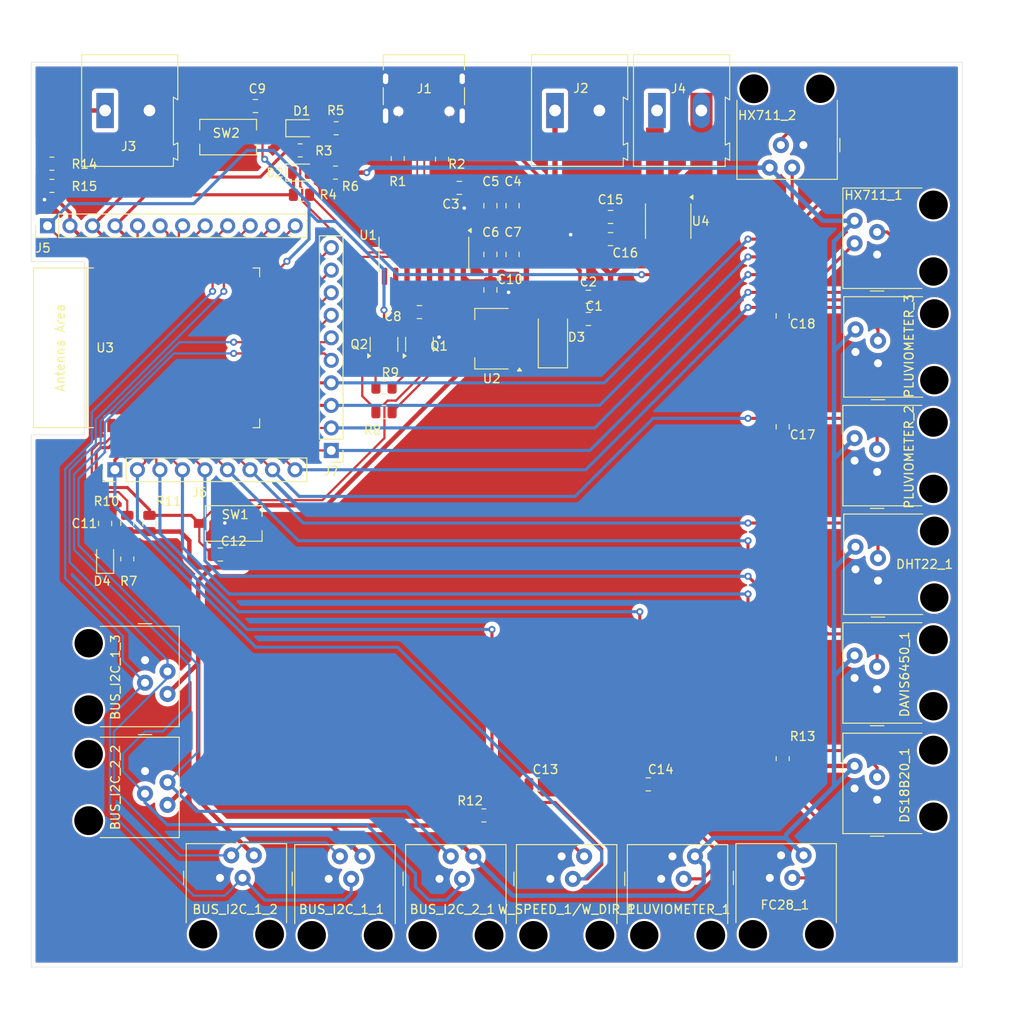
<source format=kicad_pcb>
(kicad_pcb (version 20241229) (generator "pcbnew") (generator_version "9.0")
  (layers (0 "F.Cu" signal) (2 "B.Cu" signal) (13 "F.Paste" user) (15 "B.Paste" user) (5 "F.SilkS" user "F.Silkscreen") (7 "B.SilkS" user "B.Silkscreen") (1 "F.Mask" user) (3 "B.Mask" user) (25 "Edge.Cuts" user))
  (net 0 "")
  (net 1 "GPIO36")
  (net 2 "GPIO37")
  (net 3 "GND")
  (net 4 "3V3")
  (net 5 "GPIO12")
  (net 6 "GPIO13")
  (net 7 "VBUS")
  (net 8 "Net-(U1-V3)")
  (net 9 "+5V")
  (net 10 "CHIP_PU")
  (net 11 "/+P")
  (net 12 "GPIO04")
  (net 13 "GPIO06")
  (net 14 "Net-(U4-FILTER)")
  (net 15 "GPIO18")
  (net 16 "GPIO08")
  (net 17 "Net-(D1-A)")
  (net 18 "Net-(D2-A)")
  (net 19 "Net-(D4-A)")
  (net 20 "GPIO16")
  (net 21 "GPIO17")
  (net 22 "GPIO15")
  (net 23 "GPIO07")
  (net 24 "GPIO03")
  (net 25 "GPIO09")
  (net 26 "GPIO10")
  (net 27 "GPIO11")
  (net 29 "UD+")
  (net 30 "UD-")
  (net 31 "Net-(J1-CC2)")
  (net 32 "Net-(J1-CC1)")
  (net 34 "/-P")
  (net 35 "VBAT")
  (net 36 "Net-(Q1-B)")
  (net 37 "RST")
  (net 38 "Net-(Q2-B)")
  (net 39 "DTR")
  (net 40 "Net-(U1-TXD)")
  (net 41 "Net-(U1-RXD)")
  (net 42 "Net-(U3-3V3)")
  (net 43 "GPIO05")
  (net 44 "GPIO02")
  (net 52 "GPIO19")
  (net 53 "GPIO38")
  (net 54 "GPIO41")
  (net 55 "U0TXD")
  (net 56 "GPIO20")
  (net 57 "GPIO40")
  (net 58 "GPIO39")
  (net 59 "GPIO42")
  (net 60 "GPIO45")
  (net 61 "GPIO21")
  (net 62 "GPIO46")
  (net 63 "GPIO48")
  (net 64 "U0RXD")
  (net 65 "GPIO35")
  (net 66 "GPIO47")
  (net 67 "GPIO14")
  (net 68 "GPIO01")
  (net 69 "GPIO00")
  (footprint "Resistor_SMD:R_0805_2012Metric" (layer "F.Cu") (at 115.84 45.95 -90)
    (property "Reference" "R2")
    (property "Value" "5.1K")
  )
  (footprint "Connector_PinHeader_2.54mm:PinHeader_1x10_P2.54mm_Vertical" (layer "F.Cu") (at 103.34 78.77 180)
    (property "Reference" "J7")
    (property "Value" "LOW_ROW")
  )
  (footprint "Resistor_SMD:R_0805_2012Metric" (layer "F.Cu") (at 109.29 71.675)
    (property "Reference" "R9")
    (property "Value" "10K")
  )
  (footprint "Resistor_SMD:R_0805_2012Metric" (layer "F.Cu") (at 71.84 48.95 180)
    (property "Reference" "R15")
    (property "Value" "10k")
  )
  (footprint "Capacitor_SMD:C_0805_2012Metric" (layer "F.Cu") (at 123.79 56.675 90)
    (property "Reference" "C7")
    (property "Value" "10u")
  )
  (footprint "Capacitor_SMD:C_0805_2012Metric" (layer "F.Cu") (at 121.29 56.675 90)
    (property "Reference" "C6")
    (property "Value" "0.1u")
  )
  (footprint "Capacitor_SMD:C_0805_2012Metric" (layer "F.Cu") (at 90.84 90.5)
    (property "Reference" "C12")
    (property "Value" "1u")
  )
  (footprint "Package_SO:SOIC-8_3.9x4.9mm_P1.27mm" (layer "F.Cu") (at 141.34 52.925 -90)
    (property "Reference" "U4")
    (property "Value" "ACS712")
  )
  (footprint "LED_SMD:LED_0805_2012Metric" (layer "F.Cu") (at 99.9025 42.45)
    (property "Reference" "D1")
    (property "Value" "LED")
  )
  (footprint "Connector_RJ:RJ9_Evercom_5301-440xxx_Horizontal" (layer "F.Cu") (at 103.05 127.06)
    (property "Reference" "BUS_I2C_1_1")
    (property "Value" "TSL2591")
  )
  (footprint "Capacitor_SMD:C_0805_2012Metric" (layer "F.Cu") (at 132.34 61.45)
    (property "Reference" "C2")
    (property "Value" "100n")
  )
  (footprint "Resistor_SMD:R_0805_2012Metric" (layer "F.Cu") (at 80.34 87 90)
    (property "Reference" "R10")
    (property "Value" "R")
  )
  (footprint "Package_TO_SOT_SMD:SOT-223-3_TabPin2" (layer "F.Cu") (at 121.44 66.175 180)
    (property "Reference" "U2")
    (property "Value" "AZ1117-3.3")
  )
  (footprint "Connector_RJ:RJ9_Evercom_5301-440xxx_Horizontal" (layer "F.Cu") (at 152.8 126.95)
    (property "Reference" "FC28_1")
    (property "Value" "HUMIDITY_SOIL")
  )
  (footprint "Connector_PinHeader_2.54mm:PinHeader_1x09_P2.54mm_Vertical" (layer "F.Cu") (at 78.94 80.95 90)
    (property "Reference" "J6")
    (property "Value" "LEFT_ROW")
  )
  (footprint "Connector_RJ:RJ9_Evercom_5301-440xxx_Horizontal" (layer "F.Cu") (at 164.9 81.19 90)
    (property "Reference" "PLUVIOMETER_2")
    (property "Value" "PLUVIOMETER")
  )
  (footprint "TerminalBlock:TerminalBlock_Altech_AK300-2_P5.00mm" (layer "F.Cu") (at 140.075 40.45)
    (property "Reference" "J4")
    (property "Value" "CURRENT")
  )
  (footprint "Connector_RJ:RJ9_Evercom_5301-440xxx_Horizontal" (layer "F.Cu") (at 164.9 56.69 90)
    (property "Reference" "HX711_1")
    (property "Value" "NET_WEIGHT")
  )
  (footprint "Diode_SMD:D_SMA" (layer "F.Cu") (at 128.34 65.95 90)
    (property "Reference" "D3")
    (property "Value" "D_Schottky")
  )
  (footprint "TerminalBlock:TerminalBlock_Altech_AK300-2_P5.00mm" (layer "F.Cu") (at 77.84 40.45)
    (property "Reference" "J3")
    (property "Value" "VOLTAGE")
  )
  (footprint "PCM_Espressif:ESP32-S3-WROOM-1" (layer "F.Cu") (at 85.52 67.2 90)
    (property "Reference" "U3")
    (property "Value" "ESP32-S3-WROOM-1")
  )
  (footprint "Resistor_SMD:R_0805_2012Metric" (layer "F.Cu") (at 80.34 91 -90)
    (property "Reference" "R7")
    (property "Value" "1K")
  )
  (footprint "Connector_USB:USB_C_Receptacle_XKB_U262-16XN-4BVC11" (layer "F.Cu") (at 113.79 37.95 180)
    (property "Reference" "J1")
    (property "Value" "USB")
  )
  (footprint "Connector_RJ:RJ9_Evercom_5301-440xxx_Horizontal" (layer "F.Cu") (at 164.9 118.14 90)
    (property "Reference" "DS18B20_1")
    (property "Value" "TEMP_SOIL")
  )
  (footprint "LED_SMD:LED_0805_2012Metric" (layer "F.Cu") (at 99.9025 47.45)
    (property "Reference" "D2")
    (property "Value" "LED")
  )
  (footprint "LED_SMD:LED_0805_2012Metric" (layer "F.Cu") (at 77.84 90.9375 90)
    (property "Reference" "D4")
    (property "Value" "LED")
  )
  (footprint "Resistor_SMD:R_0805_2012Metric" (layer "F.Cu") (at 110.84 45.8625 -90)
    (property "Reference" "R1")
    (property "Value" "5.1K")
  )
  (footprint "Resistor_SMD:R_0805_2012Metric" (layer "F.Cu") (at 103.9025 42.45 180)
    (property "Reference" "R5")
    (property "Value" "1K")
  )
  (footprint "Resistor_SMD:R_0805_2012Metric" (layer "F.Cu") (at 71.84 46.45)
    (property "Reference" "R14")
    (property "Value" "10k")
  )
  (footprint "Connector_PinHeader_2.54mm:PinHeader_1x12_P2.54mm_Vertical" (layer "F.Cu") (at 71.34 53.45 90)
    (property "Reference" "J5")
    (property "Value" "RIGHT_ROW")
  )
  (footprint "Connector_RJ:RJ9_Evercom_5301-440xxx_Horizontal" (layer "F.Cu") (at 140.55 127.06)
    (property "Reference" "PLUVIOMETER_1")
    (property "Value" "PLUVIOMETER")
  )
  (footprint "Connector_RJ:RJ9_Evercom_5301-440xxx_Horizontal" (layer "F.Cu") (at 82.34 102.41 -90)
    (property "Reference" "BUS_I2C_1_3")
    (property "Value" "EXTENDER")
  )
  (footprint "Button_Switch_SMD:SW_Tactile_SPST_NO_Straight_CK_PTS636Sx25SMTRLFS" (layer "F.Cu") (at 91.715 43.45)
    (property "Reference" "SW2")
    (property "Value" "BOOT")
  )
  (footprint "Package_SO:SOIC-16_3.9x9.9mm_P1.27mm" (layer "F.Cu") (at 113.79 56.675 -90)
    (property "Reference" "U1")
    (property "Value" "CH340C")
  )
  (footprint "TerminalBlock:TerminalBlock_Altech_AK300-2_P5.00mm" (layer "F.Cu") (at 128.575 40.45)
    (property "Reference" "J2")
    (property "Value" "VEXT")
  )
  (footprint "Capacitor_SMD:C_0805_2012Metric" (layer "F.Cu") (at 121.29 60.675 -90)
    (property "Reference" "C10")
    (property "Value" "10u")
  )
  (footprint "Capacitor_SMD:C_0805_2012Metric" (layer "F.Cu") (at 132.34 63.95)
    (property "Reference" "C1")
    (property "Value" "10u")
  )
  (footprint "Resistor_SMD:R_0805_2012Metric" (layer "F.Cu") (at 103.815 47.45 180)
    (property "Reference" "R6")
    (property "Value" "1K")
  )
  (footprint "Capacitor_SMD:C_0805_2012Metric" (layer "F.Cu") (at 154.25 76.1 -90)
    (property "Reference" "C17")
    (property "Value" "0.1u")
  )
  (footprint "Capacitor_SMD:C_0805_2012Metric" (layer "F.Cu") (at 134.84 52.45 180)
    (property "Reference" "C15")
    (property "Value" "1n")
  )
  (footprint "Connector_RJ:RJ9_Evercom_5301-440xxx_Horizontal" (layer "F.Cu") (at 82.34 114.91 -90)
    (property "Reference" "BUS_I2C_2_2")
    (property "Value" "EXTENDER")
  )
  (footprint "Capacitor_SMD:C_0805_2012Metric" (layer "F.Cu") (at 154.25 63.6 -90)
    (property "Reference" "C18")
    (property "Value" "0.1u")
  )
  (footprint "Capacitor_SMD:C_0805_2012Metric" (layer "F.Cu") (at 117.79 49.175)
    (property "Reference" "C3")
    (property "Value" "100n")
  )
  (footprint "Capacitor_SMD:C_0805_2012Metric" (layer "F.Cu") (at 113.29 63.175)
    (property "Reference" "C8")
    (property "Value" "0.1u")
  )
  (footprint "Resistor_SMD:R_0805_2012Metric" (layer "F.Cu") (at 120.5525 119.91)
    (property "Reference" "R12")
    (property "Value" "10k")
  )
  (footprint "Connector_RJ:RJ9_Evercom_5301-440xxx_Horizontal" (layer "F.Cu") (at 165 93.44 90)
    (property "Reference" "DHT22_1")
    (property "Value" "AIR_HUMIDITY/AIR_TEMPERATURE")
  )
  (footprint "Connector_RJ:RJ9_Evercom_5301-440xxx_Horizontal" (layer "F.Cu") (at 156.59 44.35 180)
    (property "Reference" "HX711_2")
    (property "Value" "NET_WEIGHT")
  )
  (footprint "Connector_RJ:RJ9_Evercom_5301-440xxx_Horizontal" (layer "F.Cu") (at 90.8 126.95)
    (property "Reference" "BUS_I2C_1_2")
    (property "Value" "BME680")
  )
  (footprint "Package_TO_SOT_SMD:SOT-23-3" (layer "F.Cu") (at 113.29 66.8125 90)
    (property "Reference" "Q1")
    (property "Value" "Q_NPN_BEC")
  )
  (footprint "Capacitor_SMD:C_0805_2012Metric" (layer "F.Cu") (at 139.09 116.41)
    (property "Reference" "C14")
    (property "Value" "0.1u")
  )
  (footprint "Capacitor_SMD:C_0805_2012Metric" (layer "F.Cu") (at 94.79 39.95 180)
    (property "Reference" "C9")
    (property "Value" "0.1u")
  )
  (footprint "Package_TO_SOT_SMD:SOT-23-3" (layer "F.Cu") (at 109.29 66.8125 90)
    (property "Reference" "Q2")
    (property "Value" "Q_NPN_BEC")
  )
  (footprint "Resistor_SMD:R_0805_2012Metric" (layer "F.Cu") (at 99.99 49.95)
    (property "Reference" "R4")
    (property "Value" "1K")
  )
  (footprint "Resistor_SMD:R_0805_2012Metric" (layer "F.Cu") (at 82.84 87 90)
    (property "Reference" "R11")
    (property "Value" "10K")
  )
  (footprint "Capacitor_SMD:C_0805_2012Metric" (layer "F.Cu") (at 123.79 51.175 90)
    (property "Reference" "C4")
    (property "Value" "0.1u")
  )
  (footprint "Capacitor_SMD:C_0805_2012Metric" (layer "F.Cu") (at 77.84 87 90)
    (property "Reference" "C11")
    (property "Value" "0.1u")
  )
  (footprint "Connector_RJ:RJ9_Evercom_5301-440xxx_Horizontal" (layer "F.Cu") (at 128.05 127.06)
    (property "Reference" "W_SPEED_1/W_DIR_1")
    (property "Value" "WIND")
  )
  (footprint "Connector_RJ:RJ9_Evercom_5301-440xxx_Horizontal" (layer "F.Cu") (at 115.55 127.06)
    (property "Reference" "BUS_I2C_2_1")
    (property "Value" "TSL2591")
  )
  (footprint "Connector_RJ:RJ9_Evercom_5301-440xxx_Horizontal" (layer "F.Cu") (at 164.9 105.69 90)
    (property "Reference" "DAVIS6450_1")
    (property "Value" "SOLAR_RADIATION")
  )
  (footprint "Connector_RJ:RJ9_Evercom_5301-440xxx_Horizontal" (layer "F.Cu") (at 165 68.94 90)
    (property "Reference" "PLUVIOMETER_3")
    (property "Value" "PLUVIOMETER")
  )
  (footprint "Resistor_SMD:R_0805_2012Metric" (layer "F.Cu") (at 109.29 74.45 180)
    (property "Reference" "R8")
    (property "Value" "10K")
  )
  (footprint "Capacitor_SMD:C_0805_2012Metric" (layer "F.Cu") (at 134.84 54.95 180)
    (property "Reference" "C16")
    (property "Value" "0.1u")
  )
  (footprint "Button_Switch_SMD:SW_Tactile_SPST_NO_Straight_CK_PTS636Sx25SMTRLFS" (layer "F.Cu") (at 92.34 87 180)
    (property "Reference" "SW1")
    (property "Value" "RESET")
  )
  (footprint "Capacitor_SMD:C_0805_2012Metric" (layer "F.Cu") (at 126.59 116.41)
    (property "Reference" "C13")
    (property "Value" "0.1u")
  )
  (footprint "Resistor_SMD:R_0805_2012Metric" (layer "F.Cu") (at 99.84 44.95 180)
    (property "Reference" "R3")
    (property "Value" "1K")
  )
  (footprint "Capacitor_SMD:C_0805_2012Metric" (layer "F.Cu") (at 121.29 51.175 90)
    (property "Reference" "C5")
    (property "Value" "10u")
  )
  (footprint "Resistor_SMD:R_0805_2012Metric" (layer "F.Cu") (at 154.25 113.5125 90)
    (property "Reference" "R13")
    (property "Value" "2.2k")
  )
  (gr_poly (pts (xy 69.5 35) (xy 69.5 57.5) (xy 75.5 57.5) (xy 75.5 77) (xy 69.5 77) (xy 69.5 137) (xy 174.5 137) (xy 174.5 35)) (stroke (width 0.05)) (fill no) (layer "Edge.Cuts"))
  (segment (start 95.24 54.95) (end 96.74 53.45) (width 0.25) (layer "F.Cu") (net 1))
  (segment (start 91.23 57.45) (end 93.73 54.95) (width 0.25) (layer "F.Cu") (net 1))
  (segment (start 91.23 58.45) (end 91.23 60.84) (width 0.25) (layer "F.Cu") (net 1))
  (segment (start 91.23 58.45) (end 91.23 57.45) (width 0.25) (layer "F.Cu") (net 1))
  (segment (start 93.73 54.95) (end 95.24 54.95) (width 0.25) (layer "F.Cu") (net 1))
  (via (at 91.23 60.84) (size 0.8) (drill 0.4) (layers "F.Cu" "B.Cu") (net 1))
  (segment (start 76.79 75.28) (end 91.23 60.84) (width 0.25) (layer "B.Cu") (net 1))
  (segment (start 73.84 80.989785) (end 76.79 78.039785) (width 0.25) (layer "B.Cu") (net 1))
  (segment (start 93.53 122.95) (end 102.75 122.95) (width 0.25) (layer "B.Cu") (net 1))
  (segment (start 84.88 103.68) (end 84.88 104.41) (width 0.25) (layer "B.Cu") (net 1))
  (segment (start 84.88 104.41) (end 78.84 110.45) (width 0.25) (layer "B.Cu") (net 1))
  (segment (start 76.79 78.039785) (end 76.79 75.28) (width 0.25) (layer "B.Cu") (net 1))
  (segment (start 78.84 110.45) (end 78.84 116.95) (width 0.25) (layer "B.Cu") (net 1))
  (segment (start 84.88 102.407208) (end 73.84 91.367208) (width 0.25) (layer "B.Cu") (net 1))
  (segment (start 78.84 116.95) (end 86.3 124.41) (width 0.25) (layer "B.Cu") (net 1))
  (segment (start 84.88 103.68) (end 84.88 102.407208) (width 0.25) (layer "B.Cu") (net 1))
  (segment (start 73.84 91.367208) (end 73.84 80.989785) (width 0.25) (layer "B.Cu") (net 1))
  (segment (start 86.3 124.41) (end 92.07 124.41) (width 0.25) (layer "B.Cu") (net 1))
  (segment (start 92.07 124.41) (end 93.53 122.95) (width 0.25) (layer "B.Cu") (net 1))
  (segment (start 102.75 122.95) (end 104.32 124.52) (width 0.25) (layer "B.Cu") (net 1))
  (segment (start 89.96 57.69) (end 94.2 53.45) (width 0.25) (layer "F.Cu") (net 2))
  (segment (start 89.96 58.45) (end 89.96 60.83) (width 0.25) (layer "F.Cu") (net 2))
  (segment (start 89.96 58.45) (end 89.96 57.69) (width 0.25) (layer "F.Cu") (net 2))
  (via (at 89.96 60.83) (size 0.8) (drill 0.4) (layers "F.Cu" "B.Cu") (net 2))
  (segment (start 76.34 74.45) (end 89.96 60.83) (width 0.25) (layer "B.Cu") (net 2))
  (segment (start 91.34 128.95) (end 93.34 126.95) (width 0.25) (layer "B.Cu") (net 2))
  (segment (start 79.84 99.681928) (end 73.34 93.181928) (width 0.25) (layer "B.Cu") (net 2))
  (segment (start 73.34 80.853389) (end 76.34 77.853389) (width 0.25) (layer "B.Cu") (net 2))
  (segment (start 82.34 104.95) (end 78.39 108.9) (width 0.25) (layer "B.Cu") (net 2))
  (segment (start 78.39 119.5) (end 87.84 128.95) (width 0.25) (layer "B.Cu") (net 2))
  (segment (start 87.84 128.95) (end 91.34 128.95) (width 0.25) (layer "B.Cu") (net 2))
  (segment (start 105.59 127.06) (end 105.59 128.7) (width 0.35) (layer "B.Cu") (net 2))
  (segment (start 73.34 93.181928) (end 73.34 80.853389) (width 0.25) (layer "B.Cu") (net 2))
  (segment (start 76.34 77.853389) (end 76.34 74.45) (width 0.25) (layer "B.Cu") (net 2))
  (segment (start 79.84 102.45) (end 79.84 99.681928) (width 0.25) (layer "B.Cu") (net 2))
  (segment (start 78.39 108.9) (end 78.39 119.5) (width 0.25) (layer "B.Cu") (net 2))
  (segment (start 104.84 129.45) (end 95.84 129.45) (width 0.35) (layer "B.Cu") (net 2))
  (segment (start 105.59 128.7) (end 104.84 129.45) (width 0.35) (layer "B.Cu") (net 2))
  (segment (start 82.34 104.95) (end 79.84 102.45) (width 0.25) (layer "B.Cu") (net 2))
  (segment (start 95.84 129.45) (end 93.34 126.95) (width 0.35) (layer "B.Cu") (net 2))
  (via (at 91.34 86.95) (size 0.8) (drill 0.4) (layers "F.Cu" "B.Cu") (net 3))
  (via (at 123.34 60.95) (size 0.8) (drill 0.4) (layers "F.Cu" "B.Cu") (net 3))
  (via (at 115.5 66) (size 0.8) (drill 0.4) (layers "F.Cu" "B.Cu") (net 3))
  (via (at 130.34 54.45) (size 0.8) (drill 0.4) (layers "F.Cu" "B.Cu") (net 3))
  (via (at 71 50.5) (size 0.8) (drill 0.4) (layers "F.Cu" "B.Cu") (net 3))
  (via (at 118.34 51.45) (size 0.8) (drill 0.4) (layers "F.Cu" "B.Cu") (net 3))
  (segment (start 95.34 84.95) (end 102.84 84.95) (width 0.5) (layer "F.Cu") (net 4))
  (segment (start 118.81 59.725) (end 118.235 59.15) (width 0.5) (layer "F.Cu") (net 4))
  (segment (start 121.29 57.625) (end 121.29 59.725) (width 0.5) (layer "F.Cu") (net 4))
  (segment (start 94.34 85.95) (end 95.34 84.95) (width 0.5) (layer "F.Cu") (net 4))
  (segment (start 88.34 91.95) (end 89.84 91.95) (width 0.5) (layer "F.Cu") (net 4))
  (segment (start 84.88 106.22) (end 88.34 102.76) (width 0.5) (layer "F.Cu") (net 4))
  (segment (start 80.34 87.9125) (end 82.84 87.9125) (width 0.5) (layer "F.Cu") (net 4))
  (segment (start 88.34 102.76) (end 88.34 115.26) (width 0.5) (layer "F.Cu") (net 4))
  (segment (start 93.34 91.95) (end 94.34 90.95) (width 0.5) (layer "F.Cu") (net 4))
  (segment (start 80.3025 87.95) (end 80.34 87.9125) (width 0.2) (layer "F.Cu") (net 4))
  (segment (start 102.84 84.95) (end 118.29 69.5) (width 0.5) (layer "F.Cu") (net 4))
  (segment (start 162.36 114.33) (end 154.345 114.33) (width 0.5) (layer "F.Cu") (net 4))
  (segment (start 104.7275 47.45) (end 104.7275 42.5375) (width 0.5) (layer "F.Cu") (net 4))
  (segment (start 94.34 90.95) (end 94.34 85.95) (width 0.5) (layer "F.Cu") (net 4))
  (segment (start 118.235 59.15) (end 118.235 66.12) (width 0.5) (layer "F.Cu") (net 4))
  (segment (start 118.29 69.5) (end 118.29 66.175) (width 0.5) (layer "F.Cu") (net 4))
  (segment (start 154.345 114.33) (end 154.25 114.425) (width 0.5) (layer "F.Cu") (net 4))
  (segment (start 82.84 87.9125) (end 86.3025 87.9125) (width 0.5) (layer "F.Cu") (net 4))
  (segment (start 107.34 47.45) (end 104.7275 47.45) (width 0.5) (layer "F.Cu") (net 4))
  (segment (start 123.79 57.625) (end 121.29 57.625) (width 0.5) (layer "F.Cu") (net 4))
  (segment (start 80.34 87.9125) (end 80.34 90.0875) (width 0.5) (layer "F.Cu") (net 4))
  (segment (start 88.34 115.26) (end 84.88 118.72) (width 0.5) (layer "F.Cu") (net 4))
  (segment (start 91.245 121.045) (end 103.385 121.045) (width 0.5) (layer "F.Cu") (net 4))
  (segment (start 119.38 119.91) (end 119.64 119.91) (width 0.5) (layer "F.Cu") (net 4))
  (segment (start 88.34 118.14) (end 91.245 121.045) (width 0.5) (layer "F.Cu") (net 4))
  (segment (start 88.34 102.76) (end 88.34 93.45) (width 0.5) (layer "F.Cu") (net 4))
  (segment (start 103.385 121.045) (end 115.885 121.045) (width 0.5) (layer "F.Cu") (net 4))
  (segment (start 117.065 122.225) (end 119.38 119.91) (width 0.5) (layer "F.Cu") (net 4))
  (segment (start 87.34 88.95) (end 87.34 90.95) (width 0.5) (layer "F.Cu") (net 4))
  (segment (start 117.065 122.225) (end 119.36 124.52) (width 0.5) (layer "F.Cu") (net 4))
  (segment (start 88.34 115.26) (end 88.34 118.14) (width 0.5) (layer "F.Cu") (net 4))
  (segment (start 115.885 121.045) (end 117.065 122.225) (width 0.5) (layer "F.Cu") (net 4))
  (segment (start 104.7275 42.5375) (end 104.815 42.45) (width 0.5) (layer "F.Cu") (net 4))
  (segment (start 89.84 91.95) (end 93.34 91.95) (width 0.5) (layer "F.Cu") (net 4))
  (segment (start 86.3025 87.9125) (end 87.34 88.95) (width 0.5) (layer "F.Cu") (net 4))
  (segment (start 103.385 121.045) (end 106.86 124.52) (width 0.5) (layer "F.Cu") (net 4))
  (segment (start 77.84 87.95) (end 80.3025 87.95) (width 0.5) (layer "F.Cu") (net 4))
  (segment (start 121.29 59.725) (end 118.81 59.725) (width 0.5) (layer "F.Cu") (net 4))
  (segment (start 91.245 121.045) (end 94.61 124.41) (width 0.5) (layer "F.Cu") (net 4))
  (segment (start 88.34 93.45) (end 89.84 91.95) (width 0.5) (layer "F.Cu") (net 4))
  (segment (start 124.59 66.175) (end 118.29 66.175) (width 0.2) (layer "F.Cu") (net 4))
  (segment (start 87.34 90.95) (end 88.34 91.95) (width 0.5) (layer "F.Cu") (net 4))
  (via (at 107.34 47.45) (size 0.8) (drill 0.4) (layers "F.Cu" "B.Cu") (net 4))
  (segment (start 162.36 114.33) (end 160.04 116.65) (width 0.5) (layer "B.Cu") (net 4))
  (segment (start 145.29 125.45) (end 145.34 125.45) (width 0.35) (layer "B.Cu") (net 4))
  (segment (start 162.36 101.88) (end 160.04 104.2) (width 0.5) (layer "B.Cu") (net 4))
  (segment (start 162.36 52.88) (end 158.77 52.88) (width 0.5) (layer "B.Cu") (net 4))
  (segment (start 152.78 46.89) (end 107.9 46.89) (width 0.5) (layer "B.Cu") (net 4))
  (segment (start 160.04 79.7) (end 160.04 92.05) (width 0.5) (layer "B.Cu") (net 4))
  (segment (start 146.43 122.45) (end 154.65 122.45) (width 0.5) (layer "B.Cu") (net 4))
  (segment (start 145.84 123.04) (end 146.43 122.45) (width 0.5) (layer "B.Cu") (net 4))
  (segment (start 156.61 124.41) (end 154.65 122.45) (width 0.5) (layer "B.Cu") (net 4))
  (segment (start 144.36 124.52) (end 145.29 125.45) (width 0.5) (layer "B.Cu") (net 4))
  (segment (start 162.36 77.38) (end 160.04 79.7) (width 0.5) (layer "B.Cu") (net 4))
  (segment (start 143.84 128.95) (end 123.79 128.95) (width 0.5) (layer "B.Cu") (net 4))
  (segment (start 158.77 52.88) (end 152.78 46.89) (width 0.5) (layer "B.Cu") (net 4))
  (segment (start 160.04 116.65) (end 154.65 122.04) (width 0.5) (layer "B.Cu") (net 4))
  (segment (start 160.04 92.05) (end 160.04 104.2) (width 0.5) (layer "B.Cu") (net 4))
  (segment (start 123.79 128.95) (end 119.36 124.52) (width 0.5) (layer "B.Cu") (net 4))
  (segment (start 160.04 67.55) (end 160.04 55.2) (width 0.5) (layer "B.Cu") (net 4))
  (segment (start 160.04 79.7) (end 160.04 67.55) (width 0.5) (layer "B.Cu") (net 4))
  (segment (start 154.65 122.04) (end 154.65 122.45) (width 0.5) (layer "B.Cu") (net 4))
  (segment (start 145.34 127.45) (end 143.84 128.95) (width 0.5) (layer "B.Cu") (net 4))
  (segment (start 162.46 89.63) (end 160.04 92.05) (width 0.5) (layer "B.Cu") (net 4))
  (segment (start 160.04 67.55) (end 162.46 65.13) (width 0.5) (layer "B.Cu") (net 4))
  (segment (start 107.9 46.89) (end 107.34 47.45) (width 0.5) (layer "B.Cu") (net 4))
  (segment (start 160.04 104.2) (end 160.04 116.65) (width 0.5) (layer "B.Cu") (net 4))
  (segment (start 145.34 125.45) (end 145.34 127.45) (width 0.5) (layer "B.Cu") (net 4))
  (segment (start 160.04 55.2) (end 162.36 52.88) (width 0.5) (layer "B.Cu") (net 4))
  (segment (start 145.84 123.04) (end 144.36 124.52) (width 0.5) (layer "B.Cu") (net 4))
  (segment (start 92.34 67.835) (end 95.02 67.835) (width 0.25) (layer "F.Cu") (net 5))
  (segment (start 102.565 67.835) (end 95.02 67.835) (width 0.25) (layer "F.Cu") (net 5))
  (segment (start 103.34 68.61) (end 102.565 67.835) (width 0.25) (layer "F.Cu") (net 5))
  (via (at 92.34 67.835) (size 0.8) (drill 0.4) (layers "F.Cu" "B.Cu") (net 5))
  (segment (start 85.591396 67.835) (end 77.79 75.636396) (width 0.25) (layer "B.Cu") (net 5))
  (segment (start 74.84 81.95) (end 74.84 89.45) (width 0.25) (layer "B.Cu") (net 5))
  (segment (start 88.34 112.72) (end 84.88 116.18) (width 0.25) (layer "B.Cu") (net 5))
  (segment (start 74.84 89.45) (end 88.34 102.95) (width 0.25) (layer "B.Cu") (net 5))
  (segment (start 88.15 119.45) (end 84.88 116.18) (width 0.35) (layer "B.Cu") (net 5))
  (segment (start 111.75 119.45) (end 88.15 119.45) (width 0.35) (layer "B.Cu") (net 5))
  (segment (start 77.79 75.636396) (end 77.79 78.9) (width 0.25) (layer "B.Cu") (net 5))
  (segment (start 77.84 78.95) (end 74.84 81.95) (width 0.25) (layer "B.Cu") (net 5))
  (segment (start 88.34 102.95) (end 88.34 112.72) (width 0.25) (layer "B.Cu") (net 5))
  (segment (start 116.82 124.52) (end 111.75 119.45) (width 0.35) (layer "B.Cu") (net 5))
  (segment (start 77.79 78.9) (end 77.84 78.95) (width 0.25) (layer "B.Cu") (net 5))
  (segment (start 92.34 67.835) (end 85.591396 67.835) (width 0.25) (layer "B.Cu") (net 5))
  (segment (start 102.845 66.565) (end 103.34 66.07) (width 0.25) (layer "F.Cu") (net 6))
  (segment (start 92.34 66.565) (end 95.02 66.565) (width 0.25) (layer "F.Cu") (net 6))
  (segment (start 95.02 66.565) (end 102.845 66.565) (width 0.25) (layer "F.Cu") (net 6))
  (via (at 92.34 66.565) (size 0.8) (drill 0.4) (layers "F.Cu" "B.Cu") (net 6))
  (segment (start 77.34 75.45) (end 77.34 78.45) (width 0.25) (layer "B.Cu") (net 6))
  (segment (start 86.225 66.565) (end 77.34 75.45) (width 0.25) (layer "B.Cu") (net 6))
  (segment (start 92.34 66.565) (end 86.225 66.565) (width 0.25) (layer "B.Cu") (net 6))
  (segment (start 118.09 127.7) (end 116.34 129.45) (width 0.35) (layer "B.Cu") (net 6))
  (segment (start 79.84 114.95) (end 82.34 117.45) (width 0.25) (layer "B.Cu") (net 6))
  (segment (start 77.34 78.45) (end 74.34 81.45) (width 0.25) (layer "B.Cu") (net 6))
  (segment (start 114.34 129.45) (end 112.84 127.95) (width 0.35) (layer "B.Cu") (net 6))
  (segment (start 79.84 112.95) (end 79.84 114.95) (width 0.25) (layer "B.Cu") (net 6))
  (segment (start 107.34 120.95) (end 84.84 120.95) (width 0.35) (layer "B.Cu") (net 6))
  (segment (start 74.34 89.95) (end 87.34 102.95) (width 0.25) (layer "B.Cu") (net 6))
  (segment (start 118.09 127.06) (end 118.09 127.7) (width 0.35) (layer "B.Cu") (net 6))
  (segment (start 84.34 110.45) (end 82.34 110.45) (width 0.25) (layer "B.Cu") (net 6))
  (segment (start 112.84 126.45) (end 107.34 120.95) (width 0.35) (layer "B.Cu") (net 6))
  (segment (start 74.34 81.45) (end 74.34 89.95) (width 0.25) (layer "B.Cu") (net 6))
  (segment (start 87.34 107.45) (end 84.34 110.45) (width 0.25) (layer "B.Cu") (net 6))
  (segment (start 87.34 102.95) (end 87.34 107.45) (width 0.25) (layer "B.Cu") (net 6))
  (segment (start 82.34 118.45) (end 82.34 117.45) (width 0.35) (layer "B.Cu") (net 6))
  (segment (start 82.34 110.45) (end 79.84 112.95) (width 0.25) (layer "B.Cu") (net 6))
  (segment (start 84.84 120.95) (end 82.34 118.45) (width 0.35) (layer "B.Cu") (net 6))
  (segment (start 112.84 127.95) (end 112.84 126.45) (width 0.35) (layer "B.Cu") (net 6))
  (segment (start 116.34 129.45) (end 114.34 129.45) (width 0.35) (layer "B.Cu") (net 6))
  (segment (start 118.84 45.45) (end 116.29 42.9) (width 0.4) (layer "F.Cu") (net 7))
  (segment (start 126.84 53.95) (end 126.84 47.95) (width 0.4) (layer "F.Cu") (net 7))
  (segment (start 116.34 41.204949) (end 116.34 41.62) (width 0.25) (layer "F.Cu") (net 7))
  (segment (start 130.84 61.45) (end 128.34 63.95) (width 0.4) (layer "F.Cu") (net 7))
  (segment (start 124.34 45.45) (end 118.84 45.45) (width 0.4) (layer "F.Cu") (net 7))
  (segment (start 111.54 40.904949) (end 112.419949 40.025) (width 0.25) (layer "F.Cu") (net 7))
  (segment (start 131.39 61.45) (end 130.84 61.45) (width 0.4) (layer "F.Cu") (net 7))
  (segment (start 116.29 42.9) (end 116.29 41.62) (width 0.4) (layer "F.Cu") (net 7))
  (segment (start 111.54 41.62) (end 111.54 40.904949) (width 0.25) (layer "F.Cu") (net 7))
  (segment (start 112.419949 40.025) (end 115.160051 40.025) (width 0.25) (layer "F.Cu") (net 7))
  (segment (start 126.84 47.95) (end 124.34 45.45) (width 0.4) (layer "F.Cu") (net 7))
  (segment (start 131.39 63.95) (end 131.39 61.45) (width 0.4) (layer "F.Cu") (net 7))
  (segment (start 131.39 61.45) (end 131.39 58.5) (width 0.4) (layer "F.Cu") (net 7))
  (segment (start 115.160051 40.025) (end 116.34 41.204949) (width 0.25) (layer "F.Cu") (net 7))
  (segment (start 131.39 58.5) (end 126.84 53.95) (width 0.4) (layer "F.Cu") (net 7))
  (segment (start 114.425 51.59) (end 116.84 49.175) (width 0.25) (layer "F.Cu") (net 8))
  (segment (start 114.425 54.2) (end 114.425 51.59) (width 0.25) (layer "F.Cu") (net 8))
  (segment (start 123.79 52.125) (end 121.29 52.125) (width 0.6) (layer "F.Cu") (net 9))
  (segment (start 128.575 48.95) (end 128.575 40.45) (width 0.6) (layer "F.Cu") (net 9))
  (segment (start 134.84 58.95) (end 135.84 57.95) (width 0.6) (layer "F.Cu") (net 9))
  (segment (start 124.59 63.875) (end 125.34 63.125) (width 0.4) (layer "F.Cu") (net 9))
  (segment (start 128.575 49.635) (end 128.575 48.95) (width 0.6) (layer "F.Cu") (net 9))
  (segment (start 134.84 65.45) (end 132.34 67.95) (width 0.6) (layer "F.Cu") (net 9))
  (segment (start 128.34 67.95) (end 128.34 67.625) (width 0.4) (layer "F.Cu") (net 9))
  (segment (start 125.34 63.125) (end 125.34 53.675) (width 0.6) (layer "F.Cu") (net 9))
  (segment (start 132.34 67.95) (end 128.34 67.95) (width 0.6) (layer "F.Cu") (net 9))
  (segment (start 134.84 58.95) (end 134.84 65.45) (width 0.6) (layer "F.Cu") (net 9))
  (segment (start 133.89 58) (end 134.84 58.95) (width 0.6) (layer "F.Cu") (net 9))
  (segment (start 133.89 54.95) (end 133.89 58) (width 0.6) (layer "F.Cu") (net 9))
  (segment (start 141.84 57.95) (end 143.245 56.545) (width 0.6) (layer "F.Cu") (net 9))
  (segment (start 135.84 57.95) (end 141.84 57.95) (width 0.6) (layer "F.Cu") (net 9))
  (segment (start 143.245 56.545) (end 143.245 55.4) (width 0.6) (layer "F.Cu") (net 9))
  (segment (start 125.34 53.675) (end 123.79 52.125) (width 0.6) (layer "F.Cu") (net 9))
  (segment (start 133.89 54.95) (end 128.575 49.635) (width 0.6) (layer "F.Cu") (net 9))
  (segment (start 128.34 67.625) (end 124.59 63.875) (width 0.6) (layer "F.Cu") (net 9))
  (segment (start 82.84 85.45) (end 82.84 86.0875) (width 0.35) (layer "F.Cu") (net 10))
  (segment (start 77.34 78.45) (end 76.84 78.95) (width 0.35) (layer "F.Cu") (net 10))
  (segment (start 110.64 73.15) (end 109.6949 73.15) (width 0.25) (layer "F.Cu") (net 10))
  (segment (start 78.25 78.45) (end 77.34 78.45) (width 0.35) (layer "F.Cu") (net 10))
  (segment (start 79.8 75.95) (end 79.8 76.9) (width 0.35) (layer "F.Cu") (net 10))
  (segment (start 88.465 89.075) (end 89.89 90.5) (width 0.25) (layer "F.Cu") (net 10))
  (segment (start 113.29 65.4) (end 112.34 64.45) (width 0.25) (layer "F.Cu") (net 10))
  (segment (start 88.465 87) (end 88.465 89.075) (width 0.25) (layer "F.Cu") (net 10))
  (segment (start 102.34 84.375) (end 91.09 84.375) (width 0.25) (layer "F.Cu") (net 10))
  (segment (start 112.34 64.45) (end 112.34 63.175) (width 0.25) (layer "F.Cu") (net 10))
  (segment (start 79.8 76.9) (end 78.25 78.45) (width 0.35) (layer "F.Cu") (net 10))
  (segment (start 113.29 70.5) (end 110.64 73.15) (width 0.25) (layer "F.Cu") (net 10))
  (segment (start 91.09 84.375) (end 88.465 87) (width 0.25) (layer "F.Cu") (net 10))
  (segment (start 113.29 65.675) (end 113.29 65.4) (width 0.25) (layer "F.Cu") (net 10))
  (segment (start 77.34 82.95) (end 80.34 82.95) (width 0.35) (layer "F.Cu") (net 10))
  (segment (start 87.5525 86.0875) (end 88.465 87) (width 0.35) (layer "F.Cu") (net 10))
  (segment (start 76.84 78.95) (end 76.84 82.45) (width 0.35) (layer "F.Cu") (net 10))
  (segment (start 113.29 65.675) (end 113.29 70.5) (width 0.25) (layer "F.Cu") (net 10))
  (segment (start 82.84 86.0875) (end 87.5525 86.0875) (width 0.35) (layer "F.Cu") (net 10))
  (segment (start 80.34 82.95) (end 82.84 85.45) (width 0.35) (layer "F.Cu") (net 10))
  (segment (start 109.6949 73.15) (end 109.34 73.5049) (width 0.25) (layer "F.Cu") (net 10))
  (segment (start 109.34 73.5049) (end 109.34 77.375) (width 0.25) (layer "F.Cu") (net 10))
  (segment (start 109.34 77.375) (end 102.34 84.375) (width 0.25) (layer "F.Cu") (net 10))
  (segment (start 76.84 82.45) (end 77.34 82.95) (width 0.35) (layer "F.Cu") (net 10))
  (segment (start 133.84 125.45) (end 133.84 123.7) (width 0.35) (layer "F.Cu") (net 12))
  (segment (start 132.23 127.06) (end 133.84 125.45) (width 0.35) (layer "F.Cu") (net 12))
  (segment (start 78.94 79.85) (end 81.07 77.72) (width 0.35) (layer "F.Cu") (net 12))
  (segment (start 78.94 80.95) (end 78.94 79.85) (width 0.35) (layer "F.Cu") (net 12))
  (segment (start 125.64 117.25) (end 125.64 116.41) (width 0.35) (layer "F.Cu") (net 12))
  (segment (start 133.84 123.7) (end 128.59 118.45) (width 0.35) (layer "F.Cu") (net 12))
  (segment (start 81.07 77.72) (end 81.07 75.95) (width 0.35) (layer "F.Cu") (net 12))
  (segment (start 126.84 118.45) (end 125.64 117.25) (width 0.35) (layer "F.Cu") (net 12))
  (segment (start 130.59 127.06) (end 132.23 127.06) (width 0.35) (layer "F.Cu") (net 12))
  (segment (start 128.59 118.45) (end 126.84 118.45) (width 0.35) (layer "F.Cu") (net 12))
  (segment (start 133.84 123.95) (end 110.84 100.95) (width 0.35) (layer "B.Cu") (net 12))
  (segment (start 110.84 100.95) (end 94.84 100.95) (width 0.35) (layer "B.Cu") (net 12))
  (segment (start 94.84 100.95) (end 78.94 85.05) (width 0.35) (layer "B.Cu") (net 12))
  (segment (start 131.862792 127.06) (end 133.84 125.082792) (width 0.35) (layer "B.Cu") (net 12))
  (segment (start 133.84 125.082792) (end 133.84 123.95) (width 0.35) (layer "B.Cu") (net 12))
  (segment (start 130.59 127.06) (end 131.862792 127.06) (width 0.35) (layer "B.Cu") (net 12))
  (segment (start 78.94 85.05) (end 78.94 80.95) (width 0.35) (layer "B.Cu") (net 12))
  (segment (start 146.84 123.95) (end 143.34 120.45) (width 0.35) (layer "F.Cu") (net 13))
  (segment (start 143.09 127.06) (end 145.23 127.06) (width 0.35) (layer "F.Cu") (net 13))
  (segment (start 146.84 125.45) (end 146.84 123.95) (width 0.35) (layer "F.Cu") (net 13))
  (segment (start 83.61 75.95) (end 83.61 80.54) (width 0.25) (layer "F.Cu") (net 13))
  (segment (start 143.34 120.45) (end 140.84 120.45) (width 0.35) (layer "F.Cu") (net 13))
  (segment (start 138.14 117.75) (end 138.14 116.41) (width 0.35) (layer "F.Cu") (net 13))
  (segment (start 83.61 80.54) (end 84.02 80.95) (width 0.25) (layer "F.Cu") (net 13))
  (segment (start 138.14 96.95) (end 138.14 116.41) (width 0.35) (layer "F.Cu") (net 13))
  (segment (start 145.23 127.06) (end 146.84 125.45) (width 0.35) (layer "F.Cu") (net 13))
  (segment (start 140.84 120.45) (end 138.14 117.75) (width 0.35) (layer "F.Cu") (net 13))
  (via (at 138.14 96.95) (size 0.8) (drill 0.4) (layers "F.Cu" "B.Cu") (net 13))
  (segment (start 92.84 96.95) (end 84.02 88.13) (width 0.35) (layer "B.Cu") (net 13))
  (segment (start 138.14 96.95) (end 92.84 96.95) (width 0.35) (layer "B.Cu") (net 13))
  (segment (start 84.02 88.13) (end 84.02 80.95) (width 0.35) (layer "B.Cu") (net 13))
  (segment (start 140.61 54.425001) (end 138.634999 52.45) (width 0.4) (layer "F.Cu") (net 14))
  (segment (start 140.705 54.520001) (end 140.61 54.425001) (width 0.25) (layer "F.Cu") (net 14))
  (segment (start 138.634999 52.45) (end 135.79 52.45) (width 0.4) (layer "F.Cu") (net 14))
  (segment (start 140.705 55.305) (end 140.705 54.520001) (width 0.25) (layer "F.Cu") (net 14))
  (segment (start 140.61 55.4) (end 140.705 55.305) (width 0.25) (layer "F.Cu") (net 14))
  (segment (start 94.151802 78.381802) (end 90.408198 78.381802) (width 0.25) (layer "F.Cu") (net 15))
  (segment (start 96.72 80.95) (end 94.151802 78.381802) (width 0.25) (layer "F.Cu") (net 15))
  (segment (start 89.96 77.933604) (end 89.96 75.95) (width 0.25) (layer "F.Cu") (net 15))
  (segment (start 90.408198 78.381802) (end 89.96 77.933604) (width 0.25) (layer "F.Cu") (net 15))
  (segment (start 163.54 75.15) (end 154.25 75.15) (width 0.35) (layer "F.Cu") (net 15))
  (segment (start 164.9 78.65) (end 164.9 76.51) (width 0.35) (layer "F.Cu") (net 15))
  (segment (start 150.34 75.15) (end 154.25 75.15) (width 0.35) (layer "F.Cu") (net 15))
  (segment (start 164.9 76.51) (end 163.54 75.15) (width 0.35) (layer "F.Cu") (net 15))
  (via (at 150.34 75.15) (size 0.8) (drill 0.4) (layers "F.Cu" "B.Cu") (net 15))
  (segment (start 99.72 83.95) (end 96.72 80.95) (width 0.35) (layer "B.Cu") (net 15))
  (segment (start 150.34 75.15) (end 139.64 75.15) (width 0.35) (layer "B.Cu") (net 15))
  (segment (start 139.64 75.15) (end 130.84 83.95) (width 0.35) (layer "B.Cu") (net 15))
  (segment (start 130.84 83.95) (end 99.72 83.95) (width 0.35) (layer "B.Cu") (net 15))
  (segment (start 165 65.127208) (end 162.522792 62.65) (width 0.35) (layer "F.Cu") (net 16))
  (segment (start 92.34 77.931802) (end 91.23 76.821802) (width 0.25) (layer "F.Cu") (net 16))
  (segment (start 150.34 62.65) (end 154.25 62.65) (width 0.35) (layer "F.Cu") (net 16))
  (segment (start 96.241802 77.931802) (end 92.34 77.931802) (width 0.25) (layer "F.Cu") (net 16))
  (segment (start 162.522792 62.65) (end 154.25 62.65) (width 0.35) (layer "F.Cu") (net 16))
  (segment (start 91.23 76.821802) (end 91.23 75.95) (width 0.25) (layer "F.Cu") (net 16))
  (segment (start 165 66.4) (end 165 65.127208) (width 0.35) (layer "F.Cu") (net 16))
  (segment (start 99.26 80.95) (end 96.241802 77.931802) (width 0.25) (layer "F.Cu") (net 16))
  (via (at 150.34 62.65) (size 0.8) (drill 0.4) (layers "F.Cu" "B.Cu") (net 16))
  (segment (start 132.04 80.95) (end 99.26 80.95) (width 0.35) (layer "B.Cu") (net 16))
  (segment (start 150.34 62.65) (end 132.04 80.95) (width 0.35) (layer "B.Cu") (net 16))
  (segment (start 102.99 42.45) (end 100.84 42.45) (width 0.35) (layer "F.Cu") (net 17))
  (segment (start 102.9025 47.45) (end 100.84 47.45) (width 0.35) (layer "F.Cu") (net 18))
  (segment (start 79.7525 91.9125) (end 77.84 90) (width 0.25) (layer "F.Cu") (net 19))
  (segment (start 80.34 91.9125) (end 79.7525 91.9125) (width 0.2) (layer "F.Cu") (net 19))
  (segment (start 150.34 88.95) (end 150.34 90.45) (width 0.35) (layer "F.Cu") (net 20))
  (segment (start 150.34 90.45) (end 159.34 99.45) (width 0.35) (layer "F.Cu") (net 20))
  (segment (start 91.64 80.95) (end 87.42 76.73) (width 0.25) (layer "F.Cu") (net 20))
  (segment (start 87.42 76.73) (end 87.42 75.95) (width 0.25) (layer "F.Cu") (net 20))
  (segment (start 163.34 99.45) (end 164.9 101.01) (width 0.35) (layer "F.Cu") (net 20))
  (segment (start 159.34 99.45) (end 163.34 99.45) (width 0.35) (layer "F.Cu") (net 20))
  (segment (start 164.9 101.01) (end 164.9 103.15) (width 0.35) (layer "F.Cu") (net 20))
  (via (at 150.34 88.95) (size 0.8) (drill 0.4) (layers "F.Cu" "B.Cu") (net 20))
  (segment (start 150.34 88.95) (end 99.64 88.95) (width 0.35) (layer "B.Cu") (net 20))
  (segment (start 99.64 88.95) (end 91.64 80.95) (width 0.35) (layer "B.Cu") (net 20))
  (segment (start 163.34 86.95) (end 150.34 86.95) (width 0.35) (layer "F.Cu") (net 21))
  (segment (start 90.34 78.95) (end 88.69 77.3) (width 0.25) (layer "F.Cu") (net 21))
  (segment (start 94.18 80.95) (end 92.18 78.95) (width 0.25) (layer "F.Cu") (net 21))
  (segment (start 164.34 87.95) (end 163.34 86.95) (width 0.35) (layer "F.Cu") (net 21))
  (segment (start 92.18 78.95) (end 90.34 78.95) (width 0.25) (layer "F.Cu") (net 21))
  (segment (start 88.69 77.3) (end 88.69 75.95) (width 0.25) (layer "F.Cu") (net 21))
  (segment (start 165 88.61) (end 164.34 87.95) (width 0.35) (layer "F.Cu") (net 21))
  (segment (start 165 90.9) (end 165 88.61) (width 0.35) (layer "F.Cu") (net 21))
  (via (at 150.34 86.95) (size 0.8) (drill 0.4) (layers "F.Cu" "B.Cu") (net 21))
  (segment (start 150.34 86.95) (end 100.18 86.95) (width 0.35) (layer "B.Cu") (net 21))
  (segment (start 100.18 86.95) (end 94.18 80.95) (width 0.35) (layer "B.Cu") (net 21))
  (segment (start 164.9 115.6) (end 164.9 114.51) (width 0.35) (layer "F.Cu") (net 22))
  (segment (start 89.1 80.95) (end 86.15 78) (width 0.25) (layer "F.Cu") (net 22))
  (segment (start 164.9 114.51) (end 162.99 112.6) (width 0.35) (layer "F.Cu") (net 22))
  (segment (start 162.99 112.6) (end 154.25 112.6) (width 0.35) (layer "F.Cu") (net 22))
  (segment (start 86.15 78) (end 86.15 75.95) (width 0.25) (layer "F.Cu") (net 22))
  (segment (start 150.34 92.95) (end 154.25 96.86) (width 0.35) (layer "F.Cu") (net 22))
  (segment (start 154.25 96.86) (end 154.25 112.6) (width 0.35) (layer "F.Cu") (net 22))
  (via (at 150.34 92.95) (size 0.8) (drill 0.4) (layers "F.Cu" "B.Cu") (net 22))
  (segment (start 150.34 92.95) (end 90.84 92.95) (width 0.35) (layer "B.Cu") (net 22))
  (segment (start 90.84 92.95) (end 89.1 91.21) (width 0.35) (layer "B.Cu") (net 22))
  (segment (start 89.1 91.21) (end 89.1 80.95) (width 0.35) (layer "B.Cu") (net 22))
  (segment (start 150.34 94.95) (end 150.34 112.45) (width 0.35) (layer "F.Cu") (net 23))
  (segment (start 86.56 80.95) (end 84.88 79.27) (width 0.25) (layer "F.Cu") (net 23))
  (segment (start 159.34 121.45) (end 159.34 124.95) (width 0.35) (layer "F.Cu") (net 23))
  (segment (start 150.34 112.45) (end 159.34 121.45) (width 0.35) (layer "F.Cu") (net 23))
  (segment (start 84.88 79.27) (end 84.88 75.95) (width 0.25) (layer "F.Cu") (net 23))
  (segment (start 157.34 126.95) (end 155.34 126.95) (width 0.35) (layer "F.Cu") (net 23))
  (segment (start 159.34 124.95) (end 157.34 126.95) (width 0.35) (layer "F.Cu") (net 23))
  (via (at 150.34 94.95) (size 0.8) (drill 0.4) (layers "F.Cu" "B.Cu") (net 23))
  (segment (start 150.34 94.95) (end 91.84 94.95) (width 0.35) (layer "B.Cu") (net 23))
  (segment (start 86.56 89.67) (end 86.56 80.95) (width 0.35) (layer "B.Cu") (net 23))
  (segment (start 91.84 94.95) (end 86.56 89.67) (width 0.35) (layer "B.Cu") (net 23))
  (segment (start 150.34 60.95) (end 163.84 60.95) (width 0.35) (layer "F.Cu") (net 24))
  (segment (start 163.84 60.95) (end 166.84 57.95) (width 0.35) (layer "F.Cu") (net 24))
  (segment (start 99.605 78.77) (end 95.02 74.185) (width 0.25) (layer "F.Cu") (net 24))
  (segment (start 166.04 54.15) (end 164.9 54.15) (width 0.35) (layer "F.Cu") (net 24))
  (segment (start 100.34 78.77) (end 99.605 78.77) (width 0.25) (layer "F.Cu") (net 24))
  (segment (start 103.34 78.77) (end 100.34 78.77) (width 0.25) (layer "F.Cu") (net 24))
  (segment (start 166.84 57.95) (end 166.84 54.95) (width 0.35) (layer "F.Cu") (net 24))
  (segment (start 166.84 54.95) (end 166.04 54.15) (width 0.35) (layer "F.Cu") (net 24))
  (via (at 150.34 60.95) (size 0.8) (drill 0.4) (layers "F.Cu" "B.Cu") (net 24))
  (segment (start 150.34 60.95) (end 132.52 78.77) (width 0.35) (layer "B.Cu") (net 24))
  (segment (start 132.52 78.77) (end 103.34 78.77) (width 0.35) (layer "B.Cu") (net 24))
  (segment (start 96.02 71.645) (end 95.02 71.645) (width 0.25) (layer "F.Cu") (net 25))
  (segment (start 158.83 58.95) (end 162.36 55.42) (width 0.35) (layer "F.Cu") (net 25))
  (segment (start 99.12 76.23) (end 96.84 73.95) (width 0.25) (layer "F.Cu") (net 25))
  (segment (start 96.84 72.465) (end 96.02 71.645) (width 0.25) (layer "F.Cu") (net 25))
  (segment (start 150.34 58.95) (end 158.83 58.95) (width 0.35) (layer "F.Cu") (net 25))
  (segment (start 100.34 76.23) (end 99.12 76.23) (width 0.25) (layer "F.Cu") (net 25))
  (segment (start 103.34 76.23) (end 100.34 76.23) (width 0.25) (layer "F.Cu") (net 25))
  (segment (start 96.84 73.95) (end 96.84 72.465) (width 0.25) (layer "F.Cu") (net 25))
  (via (at 150.34 58.95) (size 0.8) (drill 0.4) (layers "F.Cu" "B.Cu") (net 25))
  (segment (start 133.06 76.23) (end 103.34 76.23) (width 0.35) (layer "B.Cu") (net 25))
  (segment (start 150.34 58.95) (end 133.06 76.23) (width 0.35) (layer "B.Cu") (net 25))
  (segment (start 98.08 73.69) (end 97.34 72.95) (width 0.35) (layer "F.Cu") (net 26))
  (segment (start 158.34 50.95) (end 158.34 42.95) (width 0.35) (layer "F.Cu") (net 26))
  (segment (start 97.34 71.695) (end 96.02 70.375) (width 0.35) (layer "F.Cu") (net 26))
  (segment (start 155.34 42.45) (end 154.05 43.74) (width 0.35) (layer "F.Cu") (net 26))
  (segment (start 96.02 70.375) (end 95.02 70.375) (width 0.35) (layer "F.Cu") (net 26))
  (segment (start 100.34 73.69) (end 98.08 73.69) (width 0.35) (layer "F.Cu") (net 26))
  (segment (start 154.05 43.74) (end 154.05 44.35) (width 0.35) (layer "F.Cu") (net 26))
  (segment (start 158.34 42.95) (end 157.84 42.45) (width 0.35) (layer "F.Cu") (net 26))
  (segment (start 152.34 56.95) (end 158.34 50.95) (width 0.35) (layer "F.Cu") (net 26))
  (segment (start 157.84 42.45) (end 155.34 42.45) (width 0.35) (layer "F.Cu") (net 26))
  (segment (start 97.34 72.95) (end 97.34 71.695) (width 0.35) (layer "F.Cu") (net 26))
  (segment (start 103.34 73.69) (end 100.34 73.69) (width 0.35) (layer "F.Cu") (net 26))
  (segment (start 150.34 56.95) (end 152.34 56.95) (width 0.35) (layer "F.Cu") (net 26))
  (via (at 150.34 56.95) (size 0.8) (drill 0.4) (layers "F.Cu" "B.Cu") (net 26))
  (segment (start 133.6 73.69) (end 103.34 73.69) (width 0.35) (layer "B.Cu") (net 26))
  (segment (start 150.34 56.95) (end 133.6 73.69) (width 0.35) (layer "B.Cu") (net 26))
  (segment (start 152.34 54.95) (end 155.32 51.97) (width 0.35) (layer "F.Cu") (net 27))
  (segment (start 103.34 71.15) (end 100.34 71.15) (width 0.35) (layer "F.Cu") (net 27))
  (segment (start 150.34 54.95) (end 152.34 54.95) (width 0.35) (layer "F.Cu") (net 27))
  (segment (start 100.34 71.15) (end 98.04 71.15) (width 0.35) (layer "F.Cu") (net 27))
  (segment (start 95.995 69.105) (end 95.02 69.105) (width 0.35) (layer "F.Cu") (net 27))
  (segment (start 155.32 51.97) (end 155.32 46.89) (width 0.35) (layer "F.Cu") (net 27))
  (segment (start 98.04 71.15) (end 95.995 69.105) (width 0.35) (layer "F.Cu") (net 27))
  (via (at 150.34 54.95) (size 0.8) (drill 0.4) (layers "F.Cu" "B.Cu") (net 27))
  (segment (start 150.34 54.95) (end 134.14 71.15) (width 0.35) (layer "B.Cu") (net 27))
  (segment (start 134.14 71.15) (end 103.34 71.15) (width 0.35) (layer "B.Cu") (net 27))
  (segment (start 113.385 40.45) (end 113.84 40.45) (width 0.2) (layer "F.Cu") (net 29))
  (segment (start 113.84 40.45) (end 114.04 40.65) (width 0.2) (layer "F.Cu") (net 29))
  (segment (start 114.04 40.65) (end 114.04 41.62) (width 0.2) (layer "F.Cu") (net 29))
  (segment (start 113.155 54.2) (end 113.04 54.085) (width 0.2) (layer "F.Cu") (net 29))
  (segment (start 113.04 40.795) (end 113.385 40.45) (width 0.2) (layer "F.Cu") (net 29))
  (segment (start 113.04 41.62) (end 113.04 40.795) (width 0.2) (layer "F.Cu") (net 29))
  (segment (start 113.04 54.085) (end 113.04 41.62) (width 0.2) (layer "F.Cu") (net 29))
  (segment (start 113.825 43.16) (end 113.54 42.875) (width 0.2) (layer "F.Cu") (net 30))
  (segment (start 111.885 54.2) (end 111.885 55.174999) (width 0.2) (layer "F.Cu") (net 30))
  (segment (start 113.495552 55.475) (end 113.825 55.145552) (width 0.2) (layer "F.Cu") (net 30))
  (segment (start 111.885 55.174999) (end 112.185001 55.475) (width 0.2) (layer "F.Cu") (net 30))
  (segment (start 114.54 42.445) (end 114.54 41.62) (width 0.2) (layer "F.Cu") (net 30))
  (segment (start 113.825 43.16) (end 114.54 42.445) (width 0.2) (layer "F.Cu") (net 30))
  (segment (start 112.185001 55.475) (end 113.495552 55.475) (width 0.2) (layer "F.Cu") (net 30))
  (segment (start 113.54 42.875) (end 113.54 41.62) (width 0.2) (layer "F.Cu") (net 30))
  (segment (start 113.825 55.145552) (end 113.825 43.16) (width 0.2) (layer "F.Cu") (net 30))
  (segment (start 112.04 43.75) (end 112.04 41.62) (width 0.25) (layer "F.Cu") (net 31))
  (segment (start 110.84 44.95) (end 112.04 43.75) (width 0.25) (layer "F.Cu") (net 31))
  (segment (start 115.04 44.2375) (end 115.04 41.62) (width 0.25) (layer "F.Cu") (net 32))
  (segment (start 115.84 45.0375) (end 115.04 44.2375) (width 0.25) (layer "F.Cu") (net 32))
  (segment (start 74.34 40.45) (end 70.9275 43.8625) (width 0.5) (layer "F.Cu") (net 35))
  (segment (start 77.84 40.45) (end 74.34 40.45) (width 0.5) (layer "F.Cu") (net 35))
  (segment (start 70.9275 43.8625) (end 70.9275 46.45) (width 0.5) (layer "F.Cu") (net 35))
  (segment (start 112.34 69.5375) (end 110.2025 71.675) (width 0.25) (layer "F.Cu") (net 36))
  (segment (start 112.34 67.95) (end 112.34 69.5375) (width 0.25) (layer "F.Cu") (net 36))
  (segment (start 114.92125 68.63125) (end 114.24 67.95) (width 0.25) (layer "F.Cu") (net 37))
  (segment (start 116.02125 68.63125) (end 114.92125 68.63125) (width 0.25) (layer "F.Cu") (net 37))
  (segment (start 115.695 63.805) (end 116.84 64.95) (width 0.25) (layer "F.Cu") (net 37))
  (segment (start 116.84 64.95) (end 116.84 67.8125) (width 0.25) (layer "F.Cu") (net 37))
  (segment (start 116.52125 68.13125) (end 110.2025 74.45) (width 0.25) (layer "F.Cu") (net 37))
  (segment (start 116.52125 68.13125) (end 116.02125 68.63125) (width 0.25) (layer "F.Cu") (net 37))
  (segment (start 115.695 59.15) (end 115.695 63.805) (width 0.25) (layer "F.Cu") (net 37))
  (segment (start 116.84 67.8125) (end 116.52125 68.13125) (width 0.25) (layer "F.Cu") (net 37))
  (segment (start 106.84 69.45) (end 108.34 67.95) (width 0.25) (layer "F.Cu") (net 38))
  (segment (start 106.84 72.6375) (end 106.84 69.45) (width 0.25) (layer "F.Cu") (net 38))
  (segment (start 108.3775 74.175) (end 106.84 72.6375) (width 0.25) (layer "F.Cu") (net 38))
  (segment (start 110.24 63.05) (end 110.24 67.95) (width 0.25) (layer "F.Cu") (net 39))
  (segment (start 108.34 71.6375) (end 108.34 69.85) (width 0.25) (layer "F.Cu") (net 39))
  (segment (start 108.3775 71.675) (end 108.34 71.6375) (width 0.25) (layer "F.Cu") (net 39))
  (segment (start 111.84 61.45) (end 110.24 63.05) (width 0.25) (layer "F.Cu") (net 39))
  (segment (start 108.34 69.85) (end 110.24 67.95) (width 0.25) (layer "F.Cu") (net 39))
  (segment (start 113.34 61.45) (end 111.84 61.45) (width 0.25) (layer "F.Cu") (net 39))
  (segment (start 114.425 60.365) (end 113.34 61.45) (width 0.25) (layer "F.Cu") (net 39))
  (segment (start 114.425 59.15) (end 114.425 60.365) (width 0.25) (layer "F.Cu") (net 39))
  (segment (start 114.595908 56.95) (end 116.965 54.580908) (width 0.25) (layer "F.Cu") (net 40))
  (segment (start 116.965 54.2) (end 116.965 53.225001) (width 0.25) (layer "F.Cu") (net 40))
  (segment (start 100.7525 44.95) (end 100.7525 45.5375) (width 0.25) (layer "F.Cu") (net 40))
  (segment (start 99.84 49.0299) (end 100.065 49.2549) (width 0.25) (layer "F.Cu") (net 40))
  (segment (start 116.965 54.580908) (end 116.965 54.2) (width 0.25) (layer "F.Cu") (net 40))
  (segment (start 100.065 50.6451) (end 106.3699 56.95) (width 0.25) (layer "F.Cu") (net 40))
  (segment (start 99.84 46.45) (end 99.84 49.0299) (width 0.25) (layer "F.Cu") (net 40))
  (segment (start 100.7525 45.5375) (end 99.84 46.45) (width 0.25) (layer "F.Cu") (net 40))
  (segment (start 106.3699 56.95) (end 114.595908 56.95) (width 0.25) (layer "F.Cu") (net 40))
  (segment (start 100.065 49.2549) (end 100.065 50.6451) (width 0.25) (layer "F.Cu") (net 40))
  (segment (start 107.4025 56.45) (end 100.9025 49.95) (width 0.25) (layer "F.Cu") (net 41))
  (segment (start 115.695 55.174999) (end 114.419999 56.45) (width 0.25) (layer "F.Cu") (net 41))
  (segment (start 114.419999 56.45) (end 107.4025 56.45) (width 0.25) (layer "F.Cu") (net 41))
  (segment (start 115.695 54.2) (end 115.695 55.174999) (width 0.25) (layer "F.Cu") (net 41))
  (segment (start 78.53 77.26) (end 77.84 77.95) (width 0.25) (layer "F.Cu") (net 42))
  (segment (start 76.632893 78.45) (end 76.34 78.742893) (width 0.25) (layer "F.Cu") (net 42))
  (segment (start 77.84 77.95) (end 77.132894 77.95) (width 0.25) (layer "F.Cu") (net 42))
  (segment (start 76.34 82.657107) (end 77.132893 83.45) (width 0.25) (layer "F.Cu") (net 42))
  (segment (start 78.53 75.95) (end 78.53 77.26) (width 0.25) (layer "F.Cu") (net 42))
  (segment (start 79.34 83.45) (end 80.34 84.45) (width 0.25) (layer "F.Cu") (net 42))
  (segment (start 80.34 84.45) (end 80.34 86.0875) (width 0.25) (layer "F.Cu") (net 42))
  (segment (start 76.34 78.742893) (end 76.34 82.657107) (width 0.25) (layer "F.Cu") (net 42))
  (segment (start 77.132893 83.45) (end 79.34 83.45) (width 0.25) (layer "F.Cu") (net 42))
  (segment (start 77.132894 77.95) (end 76.632893 78.45) (width 0.25) (layer "F.Cu") (net 42))
  (segment (start 127.25 119.91) (end 121.465 119.91) (width 0.35) (layer "F.Cu") (net 43))
  (segment (start 82.34 80.09) (end 82.34 75.95) (width 0.25) (layer "F.Cu") (net 43))
  (segment (start 81.48 80.95) (end 82.34 80.09) (width 0.25) (layer "F.Cu") (net 43))
  (segment (start 131.86 124.52) (end 127.25 119.91) (width 0.35) (layer "F.Cu") (net 43))
  (segment (start 121.465 98.95) (end 121.465 119.91) (width 0.35) (layer "F.Cu") (net 43))
  (via (at 121.465 98.95) (size 0.8) (drill 0.4) (layers "F.Cu" "B.Cu") (net 43))
  (segment (start 81.48 86.59) (end 81.48 80.95) (width 0.35) (layer "B.Cu") (net 43))
  (segment (start 121.465 98.95) (end 93.84 98.95) (width 0.35) (layer "B.Cu") (net 43))
  (segment (start 93.84 98.95) (end 81.48 86.59) (width 0.35) (layer "B.Cu") (net 43))
  (segment (start 72.7525 50.8625) (end 72.7525 48.95) (width 0.4) (layer "F.Cu") (net 44))
  (segment (start 79.8 58.45) (end 79.8 57.45) (width 0.4) (layer "F.Cu") (net 44))
  (segment (start 73.88 53.45) (end 73.88 51.99) (width 0.4) (layer "F.Cu") (net 44))
  (segment (start 72.7525 48.95) (end 72.7525 46.45) (width 0.4) (layer "F.Cu") (net 44))
  (segment (start 79.8 57.45) (end 78.3 55.95) (width 0.4) (layer "F.Cu") (net 44))
  (segment (start 78.3 55.95) (end 76.38 55.95) (width 0.4) (layer "F.Cu") (net 44))
  (segment (start 76.38 55.95) (end 73.88 53.45) (width 0.4) (layer "F.Cu") (net 44))
  (segment (start 73.88 51.99) (end 72.7525 50.8625) (width 0.4) (layer "F.Cu") (net 44))
  (segment (start 88.69 56.42) (end 88.69 58.45) (width 0.25) (layer "F.Cu") (net 53))
  (segment (start 91.66 53.45) (end 88.69 56.42) (width 0.25) (layer "F.Cu") (net 53))
  (segment (start 84.88 54.29) (end 84.04 53.45) (width 0.25) (layer "F.Cu") (net 54))
  (segment (start 84.88 58.45) (end 84.88 54.29) (width 0.25) (layer "F.Cu") (net 54))
  (segment (start 95.34 47.95) (end 81.92 47.95) (width 0.35) (layer "F.Cu") (net 55))
  (segment (start 98.34 44.95) (end 95.34 47.95) (width 0.35) (layer "F.Cu") (net 55))
  (segment (start 81.92 47.95) (end 76.42 53.45) (width 0.35) (layer "F.Cu") (net 55))
  (segment (start 98.9275 42.4875) (end 98.965 42.45) (width 0.35) (layer "F.Cu") (net 55))
  (segment (start 81.07 58.45) (end 81.07 57.68) (width 0.25) (layer "F.Cu") (net 55))
  (segment (start 98.9275 44.95) (end 98.34 44.95) (width 0.35) (layer "F.Cu") (net 55))
  (segment (start 78.34 54.95) (end 77.92 54.95) (width 0.35) (layer "F.Cu") (net 55))
  (segment (start 98.9275 44.95) (end 98.9275 42.4875) (width 0.35) (layer "F.Cu") (net 55))
  (segment (start 77.92 54.95) (end 76.42 53.45) (width 0.35) (layer "F.Cu") (net 55))
  (segment (start 81.07 57.68) (end 78.34 54.95) (width 0.35) (layer "F.Cu") (net 55))
  (segment (start 86.15 53.88) (end 86.58 53.45) (width 0.25) (layer "F.Cu") (net 57))
  (segment (start 86.15 58.45) (end 86.15 53.88) (width 0.25) (layer "F.Cu") (net 57))
  (segment (start 89.12 53.45) (end 87.42 55.15) (width 0.25) (layer "F.Cu") (net 58))
  (segment (start 87.42 55.15) (end 87.42 58.45) (width 0.25) (layer "F.Cu") (net 58))
  (segment (start 81.5 55.61) (end 83.61 57.72) (width 0.25) (layer "F.Cu") (net 59))
  (segment (start 83.61 57.72) (end 83.61 58.45) (width 0.25) (layer "F.Cu") (net 59))
  (segment (start 81.5 53.45) (end 81.5 55.61) (width 0.25) (layer "F.Cu") (net 59))
  (segment (start 100.305 64.025) (end 95.02 64.025) (width 0.25) (layer "F.Cu") (net 61))
  (segment (start 103.34 60.99) (end 100.305 64.025) (width 0.25) (layer "F.Cu") (net 61))
  (segment (start 97.765 61.485) (end 95.02 61.485) (width 0.25) (layer "F.Cu") (net 63))
  (segment (start 103.34 55.91) (end 97.765 61.485) (width 0.25) (layer "F.Cu") (net 63))
  (segment (start 82.34 58.45) (end 82.34 57.95) (width 0.25) (layer "F.Cu") (net 64))
  (segment (start 99.0775 47.5625) (end 98.965 47.45) (width 0.35) (layer "F.Cu") (net 64))
  (segment (start 80.84 55.33) (end 78.96 53.45) (width 0.35) (layer "F.Cu") (net 64))
  (segment (start 82.34 57.95) (end 80.84 56.45) (width 0.35) (layer "F.Cu") (net 64))
  (segment (start 99.0775 49.95) (end 99.0775 47.5625) (width 0.35) (layer "F.Cu") (net 64))
  (segment (start 99.0775 49.95) (end 82.46 49.95) (width 0.35) (layer "F.Cu") (net 64))
  (segment (start 82.46 49.95) (end 78.96 53.45) (width 0.35) (layer "F.Cu") (net 64))
  (segment (start 80.84 56.45) (end 80.84 55.33) (width 0.35) (layer "F.Cu") (net 64))
  (segment (start 97.266802 55.463198) (end 93.853198 55.463198) (width 0.25) (layer "F.Cu") (net 65))
  (segment (start 99.28 53.45) (end 97.266802 55.463198) (width 0.25) (layer "F.Cu") (net 65))
  (segment (start 93.853198 55.463198) (end 92.5 56.816396) (width 0.25) (layer "F.Cu") (net 65))
  (segment (start 92.5 56.816396) (end 92.5 58.45) (width 0.25) (layer "F.Cu") (net 65))
  (segment (start 99.035 62.755) (end 95.02 62.755) (width 0.25) (layer "F.Cu") (net 66))
  (segment (start 103.34 58.45) (end 99.035 62.755) (width 0.25) (layer "F.Cu") (net 66))
  (segment (start 95.02 65.295) (end 101.575 65.295) (width 0.25) (layer "F.Cu") (net 67))
  (segment (start 101.575 65.295) (end 103.34 63.53) (width 0.25) (layer "F.Cu") (net 67))
  (segment (start 142.34 58.95) (end 138.34 58.95) (width 0.35) (layer "F.Cu") (net 68))
  (segment (start 142.34 53.95) (end 143.84 53.95) (width 0.35) (layer "F.Cu") (net 68))
  (segment (start 143.84 53.95) (end 144.34 54.45) (width 0.35) (layer "F.Cu") (net 68))
  (segment (start 78.53 57.45) (end 77.58 56.5) (width 0.25) (layer "F.Cu") (net 68))
  (segment (start 74.39 56.5) (end 71.34 53.45) (width 0.25) (layer "F.Cu") (net 68))
  (segment (start 141.975 55.4) (end 141.975 54.315) (width 0.35) (layer "F.Cu") (net 68))
  (segment (start 78.53 58.45) (end 78.53 57.45) (width 0.25) (layer "F.Cu") (net 68))
  (segment (start 144.34 56.95) (end 142.34 58.95) (width 0.35) (layer "F.Cu") (net 68))
  (segment (start 77.58 56.5) (end 74.39 56.5) (width 0.25) (layer "F.Cu") (net 68))
  (segment (start 141.975 54.315) (end 142.34 53.95) (width 0.35) (layer "F.Cu") (net 68))
  (segment (start 144.34 54.45) (end 144.34 56.95) (width 0.35) (layer "F.Cu") (net 68))
  (via (at 138.34 58.95) (size 0.8) (drill 0.4) (layers "F.Cu" "B.Cu") (net 68))
  (segment (start 73.84 50.95) (end 71.34 53.45) (width 0.35) (layer "B.Cu") (net 68))
  (segment (start 110.84 58.95) (end 96.84 44.95) (width 0.35) (layer "B.Cu") (net 68))
  (segment (start 87.84 50.95) (end 73.84 50.95) (width 0.35) (layer "B.Cu") (net 68))
  (segment (start 138.34 58.95) (end 110.84 58.95) (width 0.35) (layer "B.Cu") (net 68))
  (segment (start 93.84 44.95) (end 87.84 50.95) (width 0.35) (layer "B.Cu") (net 68))
  (segment (start 96.84 44.95) (end 93.84 44.95) (width 0.35) (layer "B.Cu") (net 68))
  (segment (start 95.79 39.95) (end 95.79 43.25) (width 0.35) (layer "F.Cu") (net 69))
  (segment (start 95.59 43.45) (end 95.59 45.7) (width 0.25) (layer "F.Cu") (net 69))
  (segment (start 109.29 62.95) (end 109.29 65.675) (width 0.25) (layer "F.Cu") (net 69))
  (segment (start 93.77 58.45) (end 97.34 58.45) (width 0.25) (layer "F.Cu") (net 69))
  (segment (start 95.79 43.25) (end 95.59 43.45) (width 0.25) (layer "F.Cu") (net 69))
  (segment (start 95.59 45.7) (end 95.84 45.95) (width 0.25) (layer "F.Cu") (net 69))
  (segment (start 97.34 58.45) (end 98.34 57.45) (width 0.25) (layer "F.Cu") (net 69))
  (via (at 95.84 45.95) (size 0.8) (drill 0.4) (layers "F.Cu" "B.Cu") (net 69))
  (via (at 109.29 62.95) (size 0.8) (drill 0.4) (layers "F.Cu" "B.Cu") (net 69))
  (via (at 98.34 57.45) (size 0.8) (drill 0.4) (layers "F.Cu" "B.Cu") (net 69))
  (segment (start 100.84 50.95) (end 100.84 51.95) (width 0.35) (layer "B.Cu") (net 69))
  (segment (start 100.84 54.95) (end 98.34 57.45) (width 0.35) (layer "B.Cu") (net 69))
  (segment (start 101.84 52.95) (end 100.84 51.95) (width 0.35) (layer "B.Cu") (net 69))
  (segment (start 109.29 62.95) (end 109.29 58.4) (width 0.35) (layer "B.Cu") (net 69))
  (segment (start 103.84 52.95) (end 101.84 52.95) (width 0.35) (layer "B.Cu") (net 69))
  (segment (start 95.84 45.95) (end 100.84 50.95) (width 0.35) (layer "B.Cu") (net 69))
  (segment (start 109.29 58.4) (end 103.84 52.95) (width 0.35) (layer "B.Cu") (net 69))
  (segment (start 100.84 51.95) (end 100.84 54.95) (width 0.35) (layer "B.Cu") (net 69))
  (zone (net 11) (net_name "/+P") (layer "F.Cu") (priority 3) (connect_pads yes (clearance 0)) (min_thickness 0.25) (fill yes (thermal_gap 0.5) (thermal_bridge_width 0.5))
    (polygon (pts (xy 141.84 51.45) (xy 141.84 48.95) (xy 143.84 46.95) (xy 143.84 38.45) (xy 146.34 38.45) (xy 146.34 51.45)))
  )
  (zone (net 34) (net_name "/-P") (layer "F.Cu") (priority 2) (connect_pads no (clearance 0)) (min_thickness 0.25) (fill yes (thermal_gap 0.5) (thermal_bridge_width 0.5))
    (polygon (pts (xy 138.84 38.45) (xy 138.84 51.45) (xy 140.84 51.45) (xy 140.84 38.45)))
  )
  (zone (net 3) (net_name "GND") (layer "F.Cu") (connect_pads yes (clearance 0.5)) (min_thickness 0.25) (fill yes (thermal_gap 0.5) (thermal_bridge_width 0.5))
    (polygon (pts (xy 69.5 35) (xy 174.5 35) (xy 174.5 137) (xy 69.5 136.95)))
  )
  (zone (net 3) (net_name "GND") (layer "B.Cu") (priority 1) (connect_pads yes (clearance 0.5)) (min_thickness 0.25) (fill yes (thermal_gap 0.5) (thermal_bridge_width 0.5))
    (polygon (pts (xy 69.5 137) (xy 174.5 137) (xy 174.5 35) (xy 69.5 35)))
  )
)
</source>
